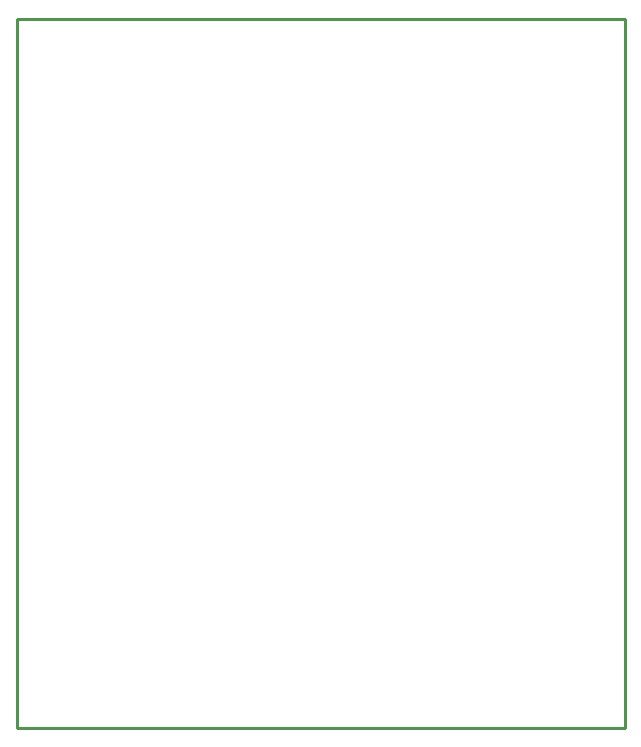
<source format=gbr>
G04 EAGLE Gerber RS-274X export*
G75*
%MOMM*%
%FSLAX34Y34*%
%LPD*%
%IN*%
%IPPOS*%
%AMOC8*
5,1,8,0,0,1.08239X$1,22.5*%
G01*
%ADD10C,0.254000*%


D10*
X430000Y165D02*
X944844Y165D01*
X944844Y600000D01*
X430000Y600000D01*
X430000Y165D01*
M02*

</source>
